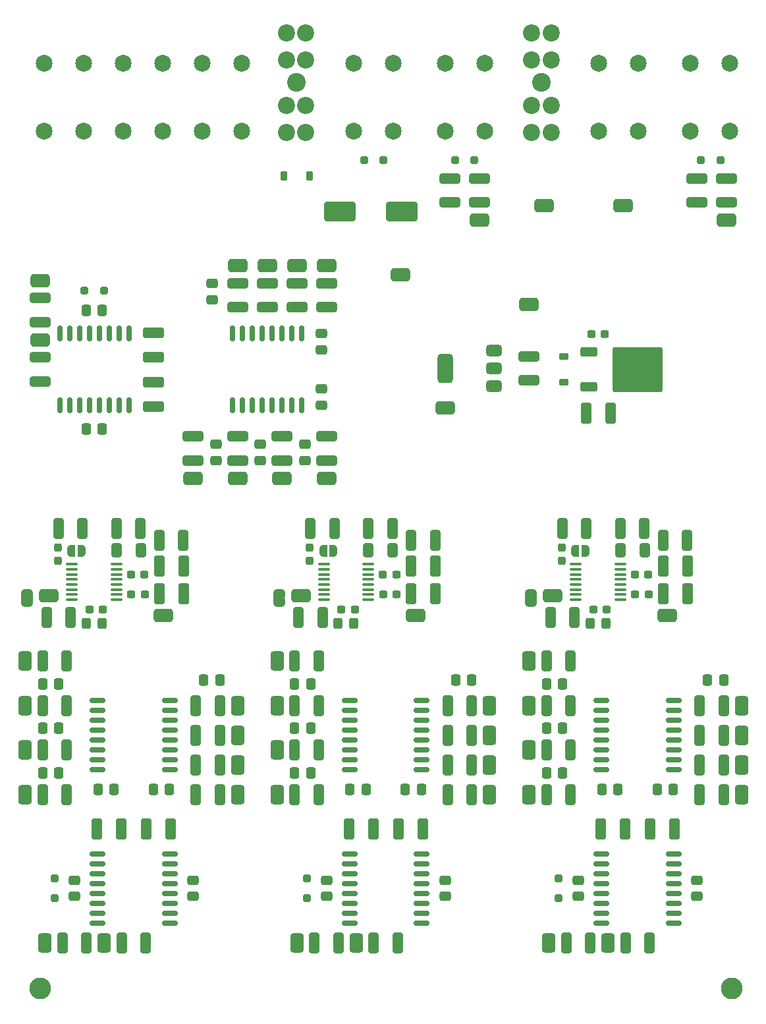
<source format=gbr>
%TF.GenerationSoftware,KiCad,Pcbnew,8.0.2*%
%TF.CreationDate,2025-03-06T23:30:15+01:00*%
%TF.ProjectId,meas,6d656173-2e6b-4696-9361-645f70636258,2.0.0*%
%TF.SameCoordinates,Original*%
%TF.FileFunction,Soldermask,Top*%
%TF.FilePolarity,Negative*%
%FSLAX46Y46*%
G04 Gerber Fmt 4.6, Leading zero omitted, Abs format (unit mm)*
G04 Created by KiCad (PCBNEW 8.0.2) date 2025-03-06 23:30:15*
%MOMM*%
%LPD*%
G01*
G04 APERTURE LIST*
G04 Aperture macros list*
%AMRoundRect*
0 Rectangle with rounded corners*
0 $1 Rounding radius*
0 $2 $3 $4 $5 $6 $7 $8 $9 X,Y pos of 4 corners*
0 Add a 4 corners polygon primitive as box body*
4,1,4,$2,$3,$4,$5,$6,$7,$8,$9,$2,$3,0*
0 Add four circle primitives for the rounded corners*
1,1,$1+$1,$2,$3*
1,1,$1+$1,$4,$5*
1,1,$1+$1,$6,$7*
1,1,$1+$1,$8,$9*
0 Add four rect primitives between the rounded corners*
20,1,$1+$1,$2,$3,$4,$5,0*
20,1,$1+$1,$4,$5,$6,$7,0*
20,1,$1+$1,$6,$7,$8,$9,0*
20,1,$1+$1,$8,$9,$2,$3,0*%
%AMFreePoly0*
4,1,19,0.500000,-0.750000,0.000000,-0.750000,0.000000,-0.744911,-0.071157,-0.744911,-0.207708,-0.704816,-0.327430,-0.627875,-0.420627,-0.520320,-0.479746,-0.390866,-0.500000,-0.250000,-0.500000,0.250000,-0.479746,0.390866,-0.420627,0.520320,-0.327430,0.627875,-0.207708,0.704816,-0.071157,0.744911,0.000000,0.744911,0.000000,0.750000,0.500000,0.750000,0.500000,-0.750000,0.500000,-0.750000,
$1*%
%AMFreePoly1*
4,1,19,0.000000,0.744911,0.071157,0.744911,0.207708,0.704816,0.327430,0.627875,0.420627,0.520320,0.479746,0.390866,0.500000,0.250000,0.500000,-0.250000,0.479746,-0.390866,0.420627,-0.520320,0.327430,-0.627875,0.207708,-0.704816,0.071157,-0.744911,0.000000,-0.744911,0.000000,-0.750000,-0.500000,-0.750000,-0.500000,0.750000,0.000000,0.750000,0.000000,0.744911,0.000000,0.744911,
$1*%
G04 Aperture macros list end*
%ADD10C,0.000000*%
%ADD11RoundRect,0.150000X0.875000X0.150000X-0.875000X0.150000X-0.875000X-0.150000X0.875000X-0.150000X0*%
%ADD12RoundRect,0.250000X0.412500X1.100000X-0.412500X1.100000X-0.412500X-1.100000X0.412500X-1.100000X0*%
%ADD13RoundRect,0.250000X-0.475000X0.337500X-0.475000X-0.337500X0.475000X-0.337500X0.475000X0.337500X0*%
%ADD14RoundRect,0.225000X-0.375000X0.225000X-0.375000X-0.225000X0.375000X-0.225000X0.375000X0.225000X0*%
%ADD15RoundRect,0.250000X-1.075000X0.400000X-1.075000X-0.400000X1.075000X-0.400000X1.075000X0.400000X0*%
%ADD16RoundRect,0.375000X0.625000X0.375000X-0.625000X0.375000X-0.625000X-0.375000X0.625000X-0.375000X0*%
%ADD17RoundRect,0.500000X0.500000X1.400000X-0.500000X1.400000X-0.500000X-1.400000X0.500000X-1.400000X0*%
%ADD18RoundRect,0.250000X0.337500X0.475000X-0.337500X0.475000X-0.337500X-0.475000X0.337500X-0.475000X0*%
%ADD19RoundRect,0.250000X0.400000X1.075000X-0.400000X1.075000X-0.400000X-1.075000X0.400000X-1.075000X0*%
%ADD20RoundRect,0.426829X0.448171X-0.823171X0.448171X0.823171X-0.448171X0.823171X-0.448171X-0.823171X0*%
%ADD21C,2.400000*%
%ADD22C,2.200000*%
%ADD23RoundRect,0.250000X1.075000X-0.400000X1.075000X0.400000X-1.075000X0.400000X-1.075000X-0.400000X0*%
%ADD24RoundRect,0.250000X-0.412500X-0.650000X0.412500X-0.650000X0.412500X0.650000X-0.412500X0.650000X0*%
%ADD25RoundRect,0.250000X0.475000X-0.337500X0.475000X0.337500X-0.475000X0.337500X-0.475000X-0.337500X0*%
%ADD26RoundRect,0.225000X-0.225000X-0.375000X0.225000X-0.375000X0.225000X0.375000X-0.225000X0.375000X0*%
%ADD27RoundRect,0.237500X0.300000X0.237500X-0.300000X0.237500X-0.300000X-0.237500X0.300000X-0.237500X0*%
%ADD28RoundRect,0.426829X-0.823171X-0.448171X0.823171X-0.448171X0.823171X0.448171X-0.823171X0.448171X0*%
%ADD29RoundRect,0.237500X-0.237500X0.300000X-0.237500X-0.300000X0.237500X-0.300000X0.237500X0.300000X0*%
%ADD30C,2.800000*%
%ADD31RoundRect,0.426829X0.823171X0.448171X-0.823171X0.448171X-0.823171X-0.448171X0.823171X-0.448171X0*%
%ADD32RoundRect,0.250000X-0.400000X-1.075000X0.400000X-1.075000X0.400000X1.075000X-0.400000X1.075000X0*%
%ADD33RoundRect,0.426829X-0.448171X0.823171X-0.448171X-0.823171X0.448171X-0.823171X0.448171X0.823171X0*%
%ADD34RoundRect,0.250000X0.250000X-0.250000X0.250000X0.250000X-0.250000X0.250000X-0.250000X-0.250000X0*%
%ADD35FreePoly0,180.000000*%
%ADD36FreePoly1,180.000000*%
%ADD37RoundRect,0.250000X-0.412500X-1.100000X0.412500X-1.100000X0.412500X1.100000X-0.412500X1.100000X0*%
%ADD38RoundRect,0.250000X-0.337500X-0.475000X0.337500X-0.475000X0.337500X0.475000X-0.337500X0.475000X0*%
%ADD39RoundRect,0.250000X0.325000X0.450000X-0.325000X0.450000X-0.325000X-0.450000X0.325000X-0.450000X0*%
%ADD40RoundRect,0.250000X0.250000X0.250000X-0.250000X0.250000X-0.250000X-0.250000X0.250000X-0.250000X0*%
%ADD41RoundRect,0.100000X0.637500X0.100000X-0.637500X0.100000X-0.637500X-0.100000X0.637500X-0.100000X0*%
%ADD42C,2.162000*%
%ADD43RoundRect,0.250000X-1.750000X-1.000000X1.750000X-1.000000X1.750000X1.000000X-1.750000X1.000000X0*%
%ADD44FreePoly0,90.000000*%
%ADD45FreePoly1,90.000000*%
%ADD46RoundRect,0.250000X-0.850000X-0.350000X0.850000X-0.350000X0.850000X0.350000X-0.850000X0.350000X0*%
%ADD47RoundRect,0.249997X-2.950003X-2.650003X2.950003X-2.650003X2.950003X2.650003X-2.950003X2.650003X0*%
%ADD48RoundRect,0.250000X1.100000X-0.412500X1.100000X0.412500X-1.100000X0.412500X-1.100000X-0.412500X0*%
%ADD49RoundRect,0.250000X-1.100000X0.412500X-1.100000X-0.412500X1.100000X-0.412500X1.100000X0.412500X0*%
%ADD50RoundRect,0.250000X-0.250000X-0.250000X0.250000X-0.250000X0.250000X0.250000X-0.250000X0.250000X0*%
%ADD51RoundRect,0.150000X0.150000X-0.875000X0.150000X0.875000X-0.150000X0.875000X-0.150000X-0.875000X0*%
%ADD52RoundRect,0.150000X-0.150000X0.875000X-0.150000X-0.875000X0.150000X-0.875000X0.150000X0.875000X0*%
G04 APERTURE END LIST*
D10*
%TO.C,JP802*%
G36*
X154649000Y-121854000D02*
G01*
X153149000Y-121854000D01*
X153149000Y-120554000D01*
X154649000Y-120554000D01*
X154649000Y-121854000D01*
G37*
%TO.C,JP702*%
G36*
X187034000Y-121854000D02*
G01*
X185534000Y-121854000D01*
X185534000Y-120554000D01*
X187034000Y-120554000D01*
X187034000Y-121854000D01*
G37*
%TO.C,JP602*%
G36*
X219419000Y-121854000D02*
G01*
X217919000Y-121854000D01*
X217919000Y-120554000D01*
X219419000Y-120554000D01*
X219419000Y-121854000D01*
G37*
%TD*%
D11*
%TO.C,U401*%
X172265000Y-143287000D03*
X172265000Y-142017000D03*
X172265000Y-140747000D03*
X172265000Y-139477000D03*
X172265000Y-138207000D03*
X172265000Y-136937000D03*
X172265000Y-135667000D03*
X172265000Y-134397000D03*
X162965000Y-134397000D03*
X162965000Y-135667000D03*
X162965000Y-136937000D03*
X162965000Y-138207000D03*
X162965000Y-139477000D03*
X162965000Y-140747000D03*
X162965000Y-142017000D03*
X162965000Y-143287000D03*
%TD*%
D12*
%TO.C,C1003*%
X228867500Y-97440000D03*
X225742500Y-97440000D03*
%TD*%
D13*
%TO.C,C1204*%
X207620000Y-157489500D03*
X207620000Y-159564500D03*
%TD*%
D11*
%TO.C,U1301*%
X172265000Y-162972000D03*
X172265000Y-161702000D03*
X172265000Y-160432000D03*
X172265000Y-159162000D03*
X172265000Y-157892000D03*
X172265000Y-156622000D03*
X172265000Y-155352000D03*
X172265000Y-154082000D03*
X162965000Y-154082000D03*
X162965000Y-155352000D03*
X162965000Y-156622000D03*
X162965000Y-157892000D03*
X162965000Y-159162000D03*
X162965000Y-160432000D03*
X162965000Y-161702000D03*
X162965000Y-162972000D03*
%TD*%
D14*
%TO.C,D1003*%
X222860000Y-90202000D03*
X222860000Y-93502000D03*
%TD*%
D15*
%TO.C,R502*%
X188570000Y-80777000D03*
X188570000Y-83877000D03*
%TD*%
D16*
%TO.C,Q1001*%
X213945000Y-94025000D03*
X213945000Y-91725000D03*
D17*
X207645000Y-91725000D03*
D16*
X213945000Y-89425000D03*
%TD*%
D18*
%TO.C,C204*%
X222754500Y-143668000D03*
X220679500Y-143668000D03*
%TD*%
D19*
%TO.C,R308*%
X191390000Y-135032000D03*
X188290000Y-135032000D03*
%TD*%
D11*
%TO.C,U201*%
X237035000Y-143287000D03*
X237035000Y-142017000D03*
X237035000Y-140747000D03*
X237035000Y-139477000D03*
X237035000Y-138207000D03*
X237035000Y-136937000D03*
X237035000Y-135667000D03*
X237035000Y-134397000D03*
X227735000Y-134397000D03*
X227735000Y-135667000D03*
X227735000Y-136937000D03*
X227735000Y-138207000D03*
X227735000Y-139477000D03*
X227735000Y-140747000D03*
X227735000Y-142017000D03*
X227735000Y-143287000D03*
%TD*%
D20*
%TO.C,TP1302*%
X156185000Y-165512000D03*
%TD*%
D21*
%TO.C,F1002*%
X188500000Y-55000000D03*
D22*
X187250000Y-61400000D03*
X189750000Y-61400000D03*
X187250000Y-57900000D03*
X189750000Y-57900000D03*
X187250000Y-52100000D03*
X189750000Y-52100000D03*
X187250000Y-48600000D03*
X189750000Y-48600000D03*
%TD*%
D23*
%TO.C,R104*%
X212065000Y-70415000D03*
X212065000Y-67315000D03*
%TD*%
D24*
%TO.C,C704*%
X197782500Y-115093000D03*
X200907500Y-115093000D03*
%TD*%
D25*
%TO.C,C501*%
X177648000Y-82878000D03*
X177648000Y-80803000D03*
%TD*%
D12*
%TO.C,C1303*%
X172352500Y-150907000D03*
X169227500Y-150907000D03*
%TD*%
D26*
%TO.C,D1002*%
X186920000Y-66960000D03*
X190220000Y-66960000D03*
%TD*%
D27*
%TO.C,C802*%
X163651500Y-122713000D03*
X161926500Y-122713000D03*
%TD*%
D19*
%TO.C,R201*%
X243460000Y-146462000D03*
X240360000Y-146462000D03*
%TD*%
D20*
%TO.C,TP303*%
X213335000Y-138842000D03*
%TD*%
D28*
%TO.C,TP508*%
X175235000Y-105822000D03*
%TD*%
D27*
%TO.C,C603*%
X233806300Y-120782600D03*
X232081300Y-120782600D03*
%TD*%
D29*
%TO.C,C601*%
X222606000Y-114738500D03*
X222606000Y-116463500D03*
%TD*%
D20*
%TO.C,TP403*%
X180950000Y-138842000D03*
%TD*%
D15*
%TO.C,R504*%
X180950000Y-80777000D03*
X180950000Y-83877000D03*
%TD*%
D30*
%TO.C,REF\u002A\u002A*%
X155550000Y-171430000D03*
%TD*%
D20*
%TO.C,TP203*%
X245720000Y-138842000D03*
%TD*%
D31*
%TO.C,TP701*%
X189078000Y-120935000D03*
%TD*%
D20*
%TO.C,TP202*%
X245720000Y-142652000D03*
%TD*%
D12*
%TO.C,C1203*%
X204737500Y-150907000D03*
X201612500Y-150907000D03*
%TD*%
D31*
%TO.C,TP802*%
X171425000Y-123475000D03*
%TD*%
D12*
%TO.C,C607*%
X238773500Y-117125000D03*
X235648500Y-117125000D03*
%TD*%
D32*
%TO.C,R702*%
X188798000Y-123729000D03*
X191898000Y-123729000D03*
%TD*%
D18*
%TO.C,C306*%
X190369500Y-132238000D03*
X188294500Y-132238000D03*
%TD*%
D13*
%TO.C,C502*%
X191745000Y-87258500D03*
X191745000Y-89333500D03*
%TD*%
D19*
%TO.C,R403*%
X178690000Y-138842000D03*
X175590000Y-138842000D03*
%TD*%
D33*
%TO.C,TP308*%
X186030000Y-129317000D03*
%TD*%
D28*
%TO.C,TP1003*%
X218415000Y-83470000D03*
%TD*%
D33*
%TO.C,TP206*%
X218415000Y-140747000D03*
%TD*%
D11*
%TO.C,U1101*%
X237035000Y-162972000D03*
X237035000Y-161702000D03*
X237035000Y-160432000D03*
X237035000Y-159162000D03*
X237035000Y-157892000D03*
X237035000Y-156622000D03*
X237035000Y-155352000D03*
X237035000Y-154082000D03*
X227735000Y-154082000D03*
X227735000Y-155352000D03*
X227735000Y-156622000D03*
X227735000Y-157892000D03*
X227735000Y-159162000D03*
X227735000Y-160432000D03*
X227735000Y-161702000D03*
X227735000Y-162972000D03*
%TD*%
D18*
%TO.C,C206*%
X222754500Y-132238000D03*
X220679500Y-132238000D03*
%TD*%
D19*
%TO.C,R206*%
X223775000Y-146462000D03*
X220675000Y-146462000D03*
%TD*%
D27*
%TO.C,C803*%
X169036300Y-120782600D03*
X167311300Y-120782600D03*
%TD*%
D20*
%TO.C,TP401*%
X180950000Y-146462000D03*
%TD*%
D34*
%TO.C,D1201*%
X189840000Y-159777000D03*
X189840000Y-157277000D03*
%TD*%
D28*
%TO.C,TP507*%
X180950000Y-105822000D03*
%TD*%
D21*
%TO.C,F101*%
X220000000Y-55000000D03*
D22*
X221250000Y-48600000D03*
X218750000Y-48600000D03*
X221250000Y-52100000D03*
X218750000Y-52100000D03*
X221250000Y-57900000D03*
X218750000Y-57900000D03*
X221250000Y-61400000D03*
X218750000Y-61400000D03*
%TD*%
D18*
%TO.C,C305*%
X190369500Y-137953000D03*
X188294500Y-137953000D03*
%TD*%
D19*
%TO.C,R301*%
X211075000Y-146462000D03*
X207975000Y-146462000D03*
%TD*%
D31*
%TO.C,TP601*%
X221463000Y-120935000D03*
%TD*%
D13*
%TO.C,C1304*%
X175235000Y-157489500D03*
X175235000Y-159564500D03*
%TD*%
D23*
%TO.C,R505*%
X175235000Y-103562000D03*
X175235000Y-100462000D03*
%TD*%
D28*
%TO.C,TP902*%
X230480000Y-70770000D03*
%TD*%
D32*
%TO.C,R1201*%
X190830000Y-165512000D03*
X193930000Y-165512000D03*
%TD*%
D19*
%TO.C,R402*%
X178690000Y-142652000D03*
X175590000Y-142652000D03*
%TD*%
D27*
%TO.C,C706*%
X201370500Y-118182000D03*
X199645500Y-118182000D03*
%TD*%
D35*
%TO.C,JP801*%
X160899000Y-115143800D03*
D36*
X159599000Y-115143800D03*
%TD*%
D37*
%TO.C,C1101*%
X227647500Y-150907000D03*
X230772500Y-150907000D03*
%TD*%
D12*
%TO.C,C705*%
X206388500Y-120681000D03*
X203263500Y-120681000D03*
%TD*%
D13*
%TO.C,C1302*%
X159995000Y-157489500D03*
X159995000Y-159564500D03*
%TD*%
D19*
%TO.C,R408*%
X159005000Y-135032000D03*
X155905000Y-135032000D03*
%TD*%
D33*
%TO.C,TP307*%
X186030000Y-135032000D03*
%TD*%
D13*
%TO.C,C1102*%
X224765000Y-157489500D03*
X224765000Y-159564500D03*
%TD*%
D18*
%TO.C,C405*%
X157984500Y-137953000D03*
X155909500Y-137953000D03*
%TD*%
D32*
%TO.C,R603*%
X235661000Y-113823000D03*
X238761000Y-113823000D03*
%TD*%
%TO.C,R703*%
X203276000Y-113823000D03*
X206376000Y-113823000D03*
%TD*%
D18*
%TO.C,C202*%
X236978500Y-145827000D03*
X234903500Y-145827000D03*
%TD*%
D15*
%TO.C,R506*%
X192380000Y-100462000D03*
X192380000Y-103562000D03*
%TD*%
D33*
%TO.C,TP305*%
X186030000Y-146462000D03*
%TD*%
D27*
%TO.C,C806*%
X168985500Y-118182000D03*
X167260500Y-118182000D03*
%TD*%
D28*
%TO.C,TP1402*%
X155550000Y-80422000D03*
%TD*%
D33*
%TO.C,TP408*%
X153645000Y-129317000D03*
%TD*%
D18*
%TO.C,C302*%
X204593500Y-145827000D03*
X202518500Y-145827000D03*
%TD*%
D28*
%TO.C,TP506*%
X186665000Y-105822000D03*
%TD*%
D25*
%TO.C,C503*%
X191745000Y-96445500D03*
X191745000Y-94370500D03*
%TD*%
D19*
%TO.C,R203*%
X243460000Y-138842000D03*
X240360000Y-138842000D03*
%TD*%
D13*
%TO.C,C505*%
X183871000Y-101482500D03*
X183871000Y-103557500D03*
%TD*%
D32*
%TO.C,R602*%
X221183000Y-123729000D03*
X224283000Y-123729000D03*
%TD*%
D18*
%TO.C,C205*%
X222754500Y-137953000D03*
X220679500Y-137953000D03*
%TD*%
D34*
%TO.C,D1301*%
X157455000Y-159777000D03*
X157455000Y-157277000D03*
%TD*%
D38*
%TO.C,C201*%
X241359000Y-131730000D03*
X243434000Y-131730000D03*
%TD*%
D31*
%TO.C,TP501*%
X192380000Y-78517000D03*
%TD*%
D33*
%TO.C,TP406*%
X153645000Y-140747000D03*
%TD*%
D23*
%TO.C,R103*%
X208255000Y-70415000D03*
X208255000Y-67315000D03*
%TD*%
D35*
%TO.C,JP701*%
X193284000Y-115143800D03*
D36*
X191984000Y-115143800D03*
%TD*%
D19*
%TO.C,R701*%
X193422000Y-112299000D03*
X190322000Y-112299000D03*
%TD*%
D39*
%TO.C,D701*%
X195922500Y-124491000D03*
X193872500Y-124491000D03*
%TD*%
D19*
%TO.C,R407*%
X159005000Y-140747000D03*
X155905000Y-140747000D03*
%TD*%
D40*
%TO.C,D1001*%
X199726000Y-64928000D03*
X197226000Y-64928000D03*
%TD*%
D32*
%TO.C,R1302*%
X166065000Y-165512000D03*
X169165000Y-165512000D03*
%TD*%
D20*
%TO.C,TP404*%
X180950000Y-135032000D03*
%TD*%
%TO.C,TP1101*%
X228575000Y-165512000D03*
%TD*%
D18*
%TO.C,C406*%
X157984500Y-132238000D03*
X155909500Y-132238000D03*
%TD*%
D20*
%TO.C,TP402*%
X180950000Y-142652000D03*
%TD*%
D18*
%TO.C,C404*%
X157984500Y-143668000D03*
X155909500Y-143668000D03*
%TD*%
D12*
%TO.C,C1103*%
X237122500Y-150907000D03*
X233997500Y-150907000D03*
%TD*%
D15*
%TO.C,R1401*%
X155550000Y-82682000D03*
X155550000Y-85782000D03*
%TD*%
D19*
%TO.C,R208*%
X223775000Y-135032000D03*
X220675000Y-135032000D03*
%TD*%
D41*
%TO.C,U701*%
X197782500Y-121432000D03*
X197782500Y-120782000D03*
X197782500Y-120132000D03*
X197782500Y-119482000D03*
X197782500Y-118832000D03*
X197782500Y-118182000D03*
X197782500Y-117532000D03*
X197782500Y-116882000D03*
X192057500Y-116882000D03*
X192057500Y-117532000D03*
X192057500Y-118182000D03*
X192057500Y-118832000D03*
X192057500Y-119482000D03*
X192057500Y-120132000D03*
X192057500Y-120782000D03*
X192057500Y-121432000D03*
%TD*%
D35*
%TO.C,JP601*%
X225669000Y-115143800D03*
D36*
X224369000Y-115143800D03*
%TD*%
D33*
%TO.C,TP306*%
X186030000Y-140747000D03*
%TD*%
D42*
%TO.C,J105*%
X212750000Y-61200000D03*
X212750000Y-52500000D03*
X207670000Y-61200000D03*
X207670000Y-52500000D03*
%TD*%
D39*
%TO.C,D601*%
X228307500Y-124491000D03*
X226257500Y-124491000D03*
%TD*%
D29*
%TO.C,C801*%
X157836000Y-114738500D03*
X157836000Y-116463500D03*
%TD*%
D43*
%TO.C,C1001*%
X194095000Y-71532000D03*
X202095000Y-71532000D03*
%TD*%
D20*
%TO.C,TP302*%
X213335000Y-142652000D03*
%TD*%
D32*
%TO.C,R405*%
X155905000Y-129317000D03*
X159005000Y-129317000D03*
%TD*%
D20*
%TO.C,TP204*%
X245720000Y-135032000D03*
%TD*%
D44*
%TO.C,JP802*%
X153899000Y-121854000D03*
D45*
X153899000Y-120554000D03*
%TD*%
D28*
%TO.C,TP1002*%
X201905000Y-79660000D03*
%TD*%
D20*
%TO.C,TP1201*%
X196190000Y-165512000D03*
%TD*%
D31*
%TO.C,TP504*%
X180950000Y-78517000D03*
%TD*%
D20*
%TO.C,TP301*%
X213335000Y-146462000D03*
%TD*%
D33*
%TO.C,TP205*%
X218415000Y-146462000D03*
%TD*%
D18*
%TO.C,C1404*%
X163572500Y-99472000D03*
X161497500Y-99472000D03*
%TD*%
D20*
%TO.C,TP1301*%
X163805000Y-165512000D03*
%TD*%
D12*
%TO.C,C707*%
X206388500Y-117125000D03*
X203263500Y-117125000D03*
%TD*%
D32*
%TO.C,R1301*%
X158445000Y-165512000D03*
X161545000Y-165512000D03*
%TD*%
D28*
%TO.C,TP703*%
X220320000Y-70770000D03*
%TD*%
D31*
%TO.C,TP702*%
X203810000Y-123475000D03*
%TD*%
D32*
%TO.C,R1202*%
X198450000Y-165512000D03*
X201550000Y-165512000D03*
%TD*%
D44*
%TO.C,JP702*%
X186284000Y-121854000D03*
D45*
X186284000Y-120554000D03*
%TD*%
D20*
%TO.C,TP304*%
X213335000Y-135032000D03*
%TD*%
D41*
%TO.C,U601*%
X230167500Y-121432000D03*
X230167500Y-120782000D03*
X230167500Y-120132000D03*
X230167500Y-119482000D03*
X230167500Y-118832000D03*
X230167500Y-118182000D03*
X230167500Y-117532000D03*
X230167500Y-116882000D03*
X224442500Y-116882000D03*
X224442500Y-117532000D03*
X224442500Y-118182000D03*
X224442500Y-118832000D03*
X224442500Y-119482000D03*
X224442500Y-120132000D03*
X224442500Y-120782000D03*
X224442500Y-121432000D03*
%TD*%
D32*
%TO.C,R803*%
X170891000Y-113823000D03*
X173991000Y-113823000D03*
%TD*%
D15*
%TO.C,R501*%
X192380000Y-80777000D03*
X192380000Y-83877000D03*
%TD*%
D46*
%TO.C,U1001*%
X226075000Y-89572000D03*
D47*
X232375000Y-91852000D03*
D46*
X226075000Y-94132000D03*
%TD*%
D11*
%TO.C,U1201*%
X204650000Y-162972000D03*
X204650000Y-161702000D03*
X204650000Y-160432000D03*
X204650000Y-159162000D03*
X204650000Y-157892000D03*
X204650000Y-156622000D03*
X204650000Y-155352000D03*
X204650000Y-154082000D03*
X195350000Y-154082000D03*
X195350000Y-155352000D03*
X195350000Y-156622000D03*
X195350000Y-157892000D03*
X195350000Y-159162000D03*
X195350000Y-160432000D03*
X195350000Y-161702000D03*
X195350000Y-162972000D03*
%TD*%
D12*
%TO.C,C805*%
X174003500Y-120681000D03*
X170878500Y-120681000D03*
%TD*%
D24*
%TO.C,C604*%
X230167500Y-115093000D03*
X233292500Y-115093000D03*
%TD*%
D19*
%TO.C,R804*%
X168497500Y-112299000D03*
X165397500Y-112299000D03*
%TD*%
D28*
%TO.C,TP603*%
X243815000Y-72675000D03*
%TD*%
D48*
%TO.C,C1403*%
X170155000Y-96589500D03*
X170155000Y-93464500D03*
%TD*%
D13*
%TO.C,C1104*%
X240005000Y-157489500D03*
X240005000Y-159564500D03*
%TD*%
D27*
%TO.C,C703*%
X201421300Y-120782600D03*
X199696300Y-120782600D03*
%TD*%
D19*
%TO.C,R302*%
X211075000Y-142652000D03*
X207975000Y-142652000D03*
%TD*%
D12*
%TO.C,C605*%
X238773500Y-120681000D03*
X235648500Y-120681000D03*
%TD*%
D19*
%TO.C,R202*%
X243460000Y-142652000D03*
X240360000Y-142652000D03*
%TD*%
D20*
%TO.C,TP201*%
X245720000Y-146462000D03*
%TD*%
D30*
%TO.C,REF\u002A\u002A*%
X244450000Y-171430000D03*
%TD*%
D19*
%TO.C,R303*%
X211075000Y-138842000D03*
X207975000Y-138842000D03*
%TD*%
D49*
%TO.C,C1401*%
X170155000Y-87114500D03*
X170155000Y-90239500D03*
%TD*%
D19*
%TO.C,R207*%
X223775000Y-140747000D03*
X220675000Y-140747000D03*
%TD*%
%TO.C,R601*%
X225807000Y-112299000D03*
X222707000Y-112299000D03*
%TD*%
%TO.C,R307*%
X191390000Y-140747000D03*
X188290000Y-140747000D03*
%TD*%
D31*
%TO.C,TP502*%
X188570000Y-78517000D03*
%TD*%
D33*
%TO.C,TP405*%
X153645000Y-146462000D03*
%TD*%
D42*
%TO.C,J101*%
X181500000Y-61200000D03*
X181500000Y-52500000D03*
X176420000Y-61200000D03*
X176420000Y-52500000D03*
X171340000Y-61200000D03*
X171340000Y-52500000D03*
X166260000Y-61200000D03*
X166260000Y-52500000D03*
X161180000Y-61200000D03*
X161180000Y-52500000D03*
X156100000Y-61200000D03*
X156100000Y-52500000D03*
%TD*%
D31*
%TO.C,TP801*%
X156693000Y-120935000D03*
%TD*%
D33*
%TO.C,TP207*%
X218415000Y-135032000D03*
%TD*%
D41*
%TO.C,U801*%
X165397500Y-121432000D03*
X165397500Y-120782000D03*
X165397500Y-120132000D03*
X165397500Y-119482000D03*
X165397500Y-118832000D03*
X165397500Y-118182000D03*
X165397500Y-117532000D03*
X165397500Y-116882000D03*
X159672500Y-116882000D03*
X159672500Y-117532000D03*
X159672500Y-118182000D03*
X159672500Y-118832000D03*
X159672500Y-119482000D03*
X159672500Y-120132000D03*
X159672500Y-120782000D03*
X159672500Y-121432000D03*
%TD*%
D31*
%TO.C,TP503*%
X184760000Y-78517000D03*
%TD*%
D19*
%TO.C,R204*%
X243460000Y-135032000D03*
X240360000Y-135032000D03*
%TD*%
D34*
%TO.C,D1101*%
X222225000Y-159777000D03*
X222225000Y-157277000D03*
%TD*%
D32*
%TO.C,R802*%
X156413000Y-123729000D03*
X159513000Y-123729000D03*
%TD*%
D15*
%TO.C,R508*%
X180950000Y-100462000D03*
X180950000Y-103562000D03*
%TD*%
D27*
%TO.C,C1002*%
X228167500Y-87280000D03*
X226442500Y-87280000D03*
%TD*%
D19*
%TO.C,R401*%
X178690000Y-146462000D03*
X175590000Y-146462000D03*
%TD*%
D38*
%TO.C,C301*%
X208974000Y-131730000D03*
X211049000Y-131730000D03*
%TD*%
D37*
%TO.C,C1201*%
X195262500Y-150907000D03*
X198387500Y-150907000D03*
%TD*%
%TO.C,C1301*%
X162877500Y-150907000D03*
X166002500Y-150907000D03*
%TD*%
D20*
%TO.C,TP1202*%
X188570000Y-165512000D03*
%TD*%
D31*
%TO.C,TP1004*%
X207620000Y-96805000D03*
%TD*%
D38*
%TO.C,C303*%
X195406500Y-145827000D03*
X197481500Y-145827000D03*
%TD*%
D19*
%TO.C,R406*%
X159005000Y-146462000D03*
X155905000Y-146462000D03*
%TD*%
D40*
%TO.C,D102*%
X211410000Y-64928000D03*
X208910000Y-64928000D03*
%TD*%
D50*
%TO.C,D1401*%
X161285000Y-81692000D03*
X163785000Y-81692000D03*
%TD*%
D38*
%TO.C,C401*%
X176589000Y-131730000D03*
X178664000Y-131730000D03*
%TD*%
D18*
%TO.C,C304*%
X190369500Y-143668000D03*
X188294500Y-143668000D03*
%TD*%
D12*
%TO.C,C807*%
X174003500Y-117125000D03*
X170878500Y-117125000D03*
%TD*%
D32*
%TO.C,R205*%
X220675000Y-129317000D03*
X223775000Y-129317000D03*
%TD*%
D19*
%TO.C,R404*%
X178690000Y-135032000D03*
X175590000Y-135032000D03*
%TD*%
D18*
%TO.C,C1402*%
X163572500Y-84232000D03*
X161497500Y-84232000D03*
%TD*%
D15*
%TO.C,R102*%
X243815000Y-67315000D03*
X243815000Y-70415000D03*
%TD*%
D51*
%TO.C,U1401*%
X158090000Y-96502000D03*
X159360000Y-96502000D03*
X160630000Y-96502000D03*
X161900000Y-96502000D03*
X163170000Y-96502000D03*
X164440000Y-96502000D03*
X165710000Y-96502000D03*
X166980000Y-96502000D03*
X166980000Y-87202000D03*
X165710000Y-87202000D03*
X164440000Y-87202000D03*
X163170000Y-87202000D03*
X161900000Y-87202000D03*
X160630000Y-87202000D03*
X159360000Y-87202000D03*
X158090000Y-87202000D03*
%TD*%
D38*
%TO.C,C203*%
X227791500Y-145827000D03*
X229866500Y-145827000D03*
%TD*%
D19*
%TO.C,R306*%
X191390000Y-146462000D03*
X188290000Y-146462000D03*
%TD*%
D27*
%TO.C,C606*%
X233755500Y-118182000D03*
X232030500Y-118182000D03*
%TD*%
D32*
%TO.C,R305*%
X188290000Y-129317000D03*
X191390000Y-129317000D03*
%TD*%
D38*
%TO.C,C403*%
X163021500Y-145827000D03*
X165096500Y-145827000D03*
%TD*%
D15*
%TO.C,R503*%
X184760000Y-80777000D03*
X184760000Y-83877000D03*
%TD*%
D28*
%TO.C,TP1401*%
X155550000Y-88042000D03*
%TD*%
D32*
%TO.C,R1102*%
X230835000Y-165512000D03*
X233935000Y-165512000D03*
%TD*%
D19*
%TO.C,R304*%
X211075000Y-135032000D03*
X207975000Y-135032000D03*
%TD*%
D15*
%TO.C,R1001*%
X218415000Y-90175000D03*
X218415000Y-93275000D03*
%TD*%
%TO.C,R101*%
X240005000Y-67315000D03*
X240005000Y-70415000D03*
%TD*%
D19*
%TO.C,R604*%
X233267500Y-112299000D03*
X230167500Y-112299000D03*
%TD*%
D27*
%TO.C,C602*%
X228421500Y-122713000D03*
X226696500Y-122713000D03*
%TD*%
D18*
%TO.C,C402*%
X172208500Y-145827000D03*
X170133500Y-145827000D03*
%TD*%
D24*
%TO.C,C804*%
X165397500Y-115093000D03*
X168522500Y-115093000D03*
%TD*%
D15*
%TO.C,R1402*%
X155550000Y-90302000D03*
X155550000Y-93402000D03*
%TD*%
D29*
%TO.C,C701*%
X190221000Y-114738500D03*
X190221000Y-116463500D03*
%TD*%
D13*
%TO.C,C506*%
X178156000Y-101482500D03*
X178156000Y-103557500D03*
%TD*%
D28*
%TO.C,TP505*%
X192380000Y-105822000D03*
%TD*%
D39*
%TO.C,D801*%
X163537500Y-124491000D03*
X161487500Y-124491000D03*
%TD*%
D42*
%TO.C,J104*%
X232500000Y-61200000D03*
X232500000Y-52500000D03*
X227420000Y-61200000D03*
X227420000Y-52500000D03*
%TD*%
D33*
%TO.C,TP208*%
X218415000Y-129317000D03*
%TD*%
D32*
%TO.C,R1101*%
X223215000Y-165512000D03*
X226315000Y-165512000D03*
%TD*%
D28*
%TO.C,TP803*%
X212065000Y-72675000D03*
%TD*%
D15*
%TO.C,R507*%
X186665000Y-100462000D03*
X186665000Y-103562000D03*
%TD*%
D33*
%TO.C,TP407*%
X153645000Y-135032000D03*
%TD*%
D19*
%TO.C,R801*%
X161037000Y-112299000D03*
X157937000Y-112299000D03*
%TD*%
D11*
%TO.C,U301*%
X204650000Y-143287000D03*
X204650000Y-142017000D03*
X204650000Y-140747000D03*
X204650000Y-139477000D03*
X204650000Y-138207000D03*
X204650000Y-136937000D03*
X204650000Y-135667000D03*
X204650000Y-134397000D03*
X195350000Y-134397000D03*
X195350000Y-135667000D03*
X195350000Y-136937000D03*
X195350000Y-138207000D03*
X195350000Y-139477000D03*
X195350000Y-140747000D03*
X195350000Y-142017000D03*
X195350000Y-143287000D03*
%TD*%
D13*
%TO.C,C504*%
X189586000Y-101482500D03*
X189586000Y-103557500D03*
%TD*%
D40*
%TO.C,D101*%
X243033000Y-64928000D03*
X240533000Y-64928000D03*
%TD*%
D44*
%TO.C,JP602*%
X218669000Y-121854000D03*
D45*
X218669000Y-120554000D03*
%TD*%
D27*
%TO.C,C702*%
X196036500Y-122713000D03*
X194311500Y-122713000D03*
%TD*%
D31*
%TO.C,TP602*%
X236195000Y-123475000D03*
%TD*%
D20*
%TO.C,TP1102*%
X220955000Y-165512000D03*
%TD*%
D19*
%TO.C,R704*%
X200882500Y-112299000D03*
X197782500Y-112299000D03*
%TD*%
D13*
%TO.C,C1202*%
X192380000Y-157489500D03*
X192380000Y-159564500D03*
%TD*%
D42*
%TO.C,J103*%
X244250000Y-61200000D03*
X244250000Y-52500000D03*
X239170000Y-61200000D03*
X239170000Y-52500000D03*
%TD*%
%TO.C,J102*%
X201000000Y-61200000D03*
X201000000Y-52500000D03*
X195920000Y-61200000D03*
X195920000Y-52500000D03*
%TD*%
D52*
%TO.C,U501*%
X189205000Y-87202000D03*
X187935000Y-87202000D03*
X186665000Y-87202000D03*
X185395000Y-87202000D03*
X184125000Y-87202000D03*
X182855000Y-87202000D03*
X181585000Y-87202000D03*
X180315000Y-87202000D03*
X180315000Y-96502000D03*
X181585000Y-96502000D03*
X182855000Y-96502000D03*
X184125000Y-96502000D03*
X185395000Y-96502000D03*
X186665000Y-96502000D03*
X187935000Y-96502000D03*
X189205000Y-96502000D03*
%TD*%
M02*

</source>
